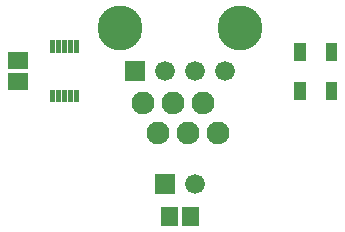
<source format=gbr>
G04 start of page 6 for group -4063 idx -4063 *
G04 Title: (unknown), componentmask *
G04 Creator: pcb 20110918 *
G04 CreationDate: Mon 04 Feb 2013 03:29:13 AM GMT UTC *
G04 For: petersen *
G04 Format: Gerber/RS-274X *
G04 PCB-Dimensions: 175000 175000 *
G04 PCB-Coordinate-Origin: lower left *
%MOIN*%
%FSLAX25Y25*%
%LNTOPMASK*%
%ADD45R,0.0297X0.0297*%
%ADD44R,0.0177X0.0177*%
%ADD43R,0.0572X0.0572*%
%ADD42C,0.1500*%
%ADD41C,0.0760*%
%ADD40C,0.0660*%
%ADD39C,0.0001*%
G54D39*G36*
X69200Y90800D02*Y84200D01*
X75800D01*
Y90800D01*
X69200D01*
G37*
G54D40*X82500Y87500D03*
X92500D03*
X102500D03*
G54D39*G36*
X79200Y53300D02*Y46700D01*
X85800D01*
Y53300D01*
X79200D01*
G37*
G54D40*X92500Y50000D03*
G54D41*X100000Y67000D03*
X90000D03*
X95000Y77000D03*
G54D42*X107500Y102000D03*
G54D41*X85000Y77000D03*
X80000Y67000D03*
X75000Y77000D03*
G54D42*X67500Y102000D03*
G54D43*X83957Y39393D02*Y38607D01*
X91043Y39393D02*Y38607D01*
G54D44*X52940Y96895D02*Y94597D01*
G54D45*X127107Y95468D02*X127893D01*
X127107Y92500D02*X127893D01*
X137607Y95468D02*X138393D01*
X137607Y92500D02*X138393D01*
X137607Y79500D02*X138393D01*
X137607Y82468D02*X138393D01*
X127107Y79532D02*X127893D01*
X127107Y82500D02*X127893D01*
G54D44*X45060Y80403D02*Y78105D01*
X47030Y80403D02*Y78105D01*
X49000Y80403D02*Y78105D01*
X50970Y80403D02*Y78105D01*
X52940Y80403D02*Y78105D01*
X50970Y96895D02*Y94597D01*
X49000Y96895D02*Y94597D01*
X47030Y96895D02*Y94597D01*
X45060Y96895D02*Y94597D01*
G54D43*X33064Y91043D02*X33850D01*
X33064Y83957D02*X33850D01*
M02*

</source>
